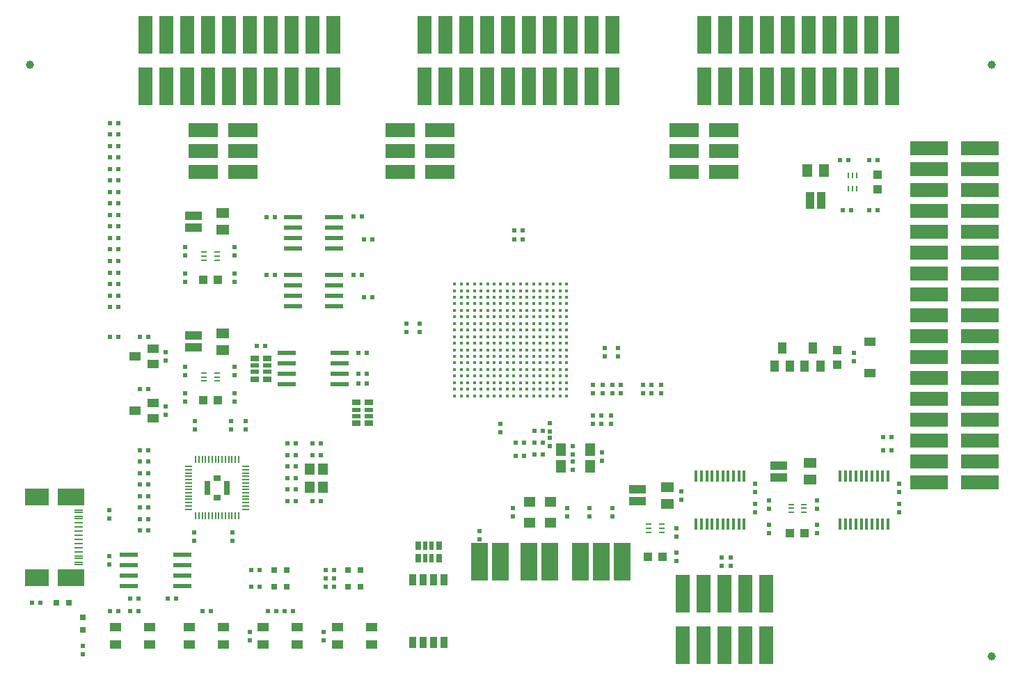
<source format=gbr>
%TF.GenerationSoftware,KiCad,Pcbnew,7.0.9-7.0.9~ubuntu22.04.1*%
%TF.CreationDate,2025-03-17T10:50:25+02:00*%
%TF.ProjectId,GateMateA1-EVB_Rev_C,47617465-4d61-4746-9541-312d4556425f,C*%
%TF.SameCoordinates,PX5f5e100PY7bfa480*%
%TF.FileFunction,Paste,Top*%
%TF.FilePolarity,Positive*%
%FSLAX46Y46*%
G04 Gerber Fmt 4.6, Leading zero omitted, Abs format (unit mm)*
G04 Created by KiCad (PCBNEW 7.0.9-7.0.9~ubuntu22.04.1) date 2025-03-17 10:50:25*
%MOMM*%
%LPD*%
G01*
G04 APERTURE LIST*
G04 Aperture macros list*
%AMOutline4P*
0 Free polygon, 4 corners , with rotation*
0 The origin of the aperture is its center*
0 number of corners: always 4*
0 $1 to $8 corner X, Y*
0 $9 Rotation angle, in degrees counterclockwise*
0 create outline with 4 corners*
4,1,4,$1,$2,$3,$4,$5,$6,$7,$8,$1,$2,$9*%
G04 Aperture macros list end*
%ADD10R,0.500000X0.550000*%
%ADD11R,0.550000X0.500000*%
%ADD12R,3.556000X1.778000*%
%ADD13R,2.000000X1.100000*%
%ADD14R,3.200000X2.100000*%
%ADD15R,3.000000X2.100000*%
%ADD16R,2.200000X1.100000*%
%ADD17R,1.130000X0.280000*%
%ADD18R,1.130000X0.230000*%
%ADD19R,4.550000X1.700000*%
%ADD20R,1.700000X4.550000*%
%ADD21R,2.200000X0.600000*%
%ADD22R,0.960000X1.470000*%
%ADD23R,0.750000X0.230000*%
%ADD24R,1.016000X1.016000*%
%ADD25C,1.000000*%
%ADD26R,1.524000X1.270000*%
%ADD27R,1.400000X1.000000*%
%ADD28R,0.800000X0.800000*%
%ADD29Outline4P,-0.850000X-2.275000X0.850000X-2.275000X0.850000X2.275000X-0.850000X2.275000X180.000000*%
%ADD30R,1.016000X0.762000*%
%ADD31R,1.016000X0.508000*%
%ADD32R,2.032000X4.572000*%
%ADD33R,1.270000X1.524000*%
%ADD34R,0.762000X1.016000*%
%ADD35R,0.508000X1.016000*%
%ADD36R,0.886000X0.211000*%
%ADD37R,0.211000X0.886000*%
%ADD38R,0.800000X1.700000*%
%ADD39R,0.949200X0.800000*%
%ADD40R,0.230000X0.750000*%
%ADD41R,0.420000X0.420000*%
%ADD42R,0.350000X1.400000*%
%ADD43R,1.200000X1.400000*%
%ADD44R,1.000000X1.400000*%
%ADD45R,1.100000X2.000000*%
%ADD46R,1.400000X1.200000*%
G04 APERTURE END LIST*
D10*
%TO.C,C93*%
X11292000Y7000000D03*
X12308000Y7000000D03*
%TD*%
%TO.C,R2*%
X77100000Y34500000D03*
X76084000Y34500000D03*
%TD*%
D11*
%TO.C,C98*%
X26200000Y16608000D03*
X26200000Y15592000D03*
%TD*%
D12*
%TO.C,VDD_NA_SEL1*%
X27413000Y65540000D03*
X22587000Y65540000D03*
X27413000Y63000000D03*
X22587000Y63000000D03*
X27413000Y60460000D03*
X22587000Y60460000D03*
%TD*%
D13*
%TO.C,L4*%
X92600000Y23300000D03*
X92600000Y24700000D03*
%TD*%
D14*
%TO.C,USB-C1*%
X6530000Y11072400D03*
X6530000Y20927600D03*
D15*
X2350000Y11072400D03*
X2350000Y20927600D03*
D16*
X6530000Y11072400D03*
X6530000Y20927600D03*
D13*
X2350000Y11072400D03*
X2350000Y20927600D03*
D17*
X7432000Y19325000D03*
X7432000Y18525000D03*
D18*
X7432000Y17250000D03*
X7432000Y16250000D03*
X7432000Y15750000D03*
X7432000Y14750000D03*
D17*
X7432000Y13475000D03*
X7432000Y12675000D03*
X7432000Y12925000D03*
X7432000Y13725000D03*
D18*
X7432000Y14250000D03*
X7432000Y15250000D03*
X7432000Y16750000D03*
X7432000Y17750000D03*
D17*
X7432000Y18275000D03*
X7432000Y19075000D03*
%TD*%
D19*
%TO.C,BANK_MISC1*%
X117125000Y63320000D03*
X110875000Y63320000D03*
X117125000Y60780000D03*
X110875000Y60780000D03*
X117125000Y58240000D03*
X110875000Y58240000D03*
X117125000Y55700000D03*
X110875000Y55700000D03*
X117125000Y53160000D03*
X110875000Y53160000D03*
X117125000Y50620000D03*
X110875000Y50620000D03*
X117125000Y48080000D03*
X110875000Y48080000D03*
X117125000Y45540000D03*
X110875000Y45540000D03*
X117125000Y43000000D03*
X110875000Y43000000D03*
X117125000Y40460000D03*
X110875000Y40460000D03*
X117125000Y37920000D03*
X110875000Y37920000D03*
X117125000Y35380000D03*
X110875000Y35380000D03*
X117125000Y32840000D03*
X110875000Y32840000D03*
X117125000Y30300000D03*
X110875000Y30300000D03*
X117125000Y27760000D03*
X110875000Y27760000D03*
X117125000Y25220000D03*
X110875000Y25220000D03*
X117125000Y22680000D03*
X110875000Y22680000D03*
%TD*%
D20*
%TO.C,BANK_NA1*%
X15570000Y77125000D03*
X15570000Y70875000D03*
X18110000Y77125000D03*
X18110000Y70875000D03*
X20650000Y77125000D03*
X20650000Y70875000D03*
X23190000Y77125000D03*
X23190000Y70875000D03*
X25730000Y77125000D03*
X25730000Y70875000D03*
X28270000Y77125000D03*
X28270000Y70875000D03*
X30810000Y77125000D03*
X30810000Y70875000D03*
X33350000Y77125000D03*
X33350000Y70875000D03*
X35890000Y77125000D03*
X35890000Y70875000D03*
X38430000Y77125000D03*
X38430000Y70875000D03*
%TD*%
%TO.C,BANK_EB1*%
X83570000Y77125000D03*
X83570000Y70875000D03*
X86110000Y77125000D03*
X86110000Y70875000D03*
X88650000Y77125000D03*
X88650000Y70875000D03*
X91190000Y77125000D03*
X91190000Y70875000D03*
X93730000Y77125000D03*
X93730000Y70875000D03*
X96270000Y77125000D03*
X96270000Y70875000D03*
X98810000Y77125000D03*
X98810000Y70875000D03*
X101350000Y77125000D03*
X101350000Y70875000D03*
X103890000Y77125000D03*
X103890000Y70875000D03*
X106430000Y77125000D03*
X106430000Y70875000D03*
%TD*%
D21*
%TO.C,U8*%
X20035000Y10095000D03*
X20035000Y11365000D03*
X20035000Y12635000D03*
X20035000Y13905000D03*
X13565000Y13905000D03*
X13565000Y12635000D03*
X13565000Y11365000D03*
X13565000Y10095000D03*
%TD*%
D10*
%TO.C,C95*%
X41908000Y55000000D03*
X40892000Y55000000D03*
%TD*%
D22*
%TO.C,CFG_SET1*%
X48095000Y10810000D03*
X48095000Y3190000D03*
X49365000Y10810000D03*
X49365000Y3190000D03*
X50635000Y10810000D03*
X50635000Y3190000D03*
X51905000Y10810000D03*
X51905000Y3190000D03*
%TD*%
D10*
%TO.C,C82*%
X62892000Y28900000D03*
X63908000Y28900000D03*
%TD*%
D23*
%TO.C,U12*%
X95675000Y19000000D03*
X95675000Y19500000D03*
X95675000Y20000000D03*
X94125000Y19000000D03*
X94125000Y19500000D03*
X94125000Y20000000D03*
%TD*%
D10*
%TO.C,R8*%
X37492000Y11000000D03*
X38508000Y11000000D03*
%TD*%
D21*
%TO.C,U9*%
X33500000Y54905000D03*
X33500000Y53635000D03*
X33500000Y52365000D03*
X33500000Y51095000D03*
X38500000Y51095000D03*
X38500000Y52365000D03*
X38500000Y53635000D03*
X38500000Y54905000D03*
%TD*%
D10*
%TO.C,R35*%
X11292000Y44000000D03*
X12308000Y44000000D03*
%TD*%
%TO.C,R72*%
X103600000Y61900000D03*
X104616000Y61900000D03*
%TD*%
D11*
%TO.C,R19*%
X101750000Y37392000D03*
X101750000Y38408000D03*
%TD*%
%TO.C,R26*%
X86800000Y13508000D03*
X86800000Y12492000D03*
%TD*%
%TO.C,C92*%
X60300001Y18492000D03*
X60300001Y19508000D03*
%TD*%
D10*
%TO.C,R1*%
X77100000Y33500000D03*
X76084000Y33500000D03*
%TD*%
%TO.C,C107*%
X15908000Y23800000D03*
X14892000Y23800000D03*
%TD*%
D11*
%TO.C,C117*%
X91400000Y19492000D03*
X91400000Y20508000D03*
%TD*%
D10*
%TO.C,R3*%
X71008000Y30800000D03*
X69992000Y30800000D03*
%TD*%
D11*
%TO.C,R24*%
X18000000Y37492001D03*
X18000000Y38508001D03*
%TD*%
D24*
%TO.C,C83*%
X99750000Y38788999D03*
X99750000Y37010999D03*
%TD*%
D10*
%TO.C,R56*%
X14892000Y21000000D03*
X15908000Y21000000D03*
%TD*%
D11*
%TO.C,C40*%
X70000000Y33492000D03*
X70000000Y34508000D03*
%TD*%
D24*
%TO.C,C118*%
X22600000Y47300000D03*
X24378000Y47300000D03*
%TD*%
D25*
%TO.C,FID4*%
X118500000Y1500000D03*
%TD*%
D11*
%TO.C,R63*%
X91400000Y17508000D03*
X91400000Y16492000D03*
%TD*%
D10*
%TO.C,R29*%
X15908000Y34000000D03*
X14892000Y34000000D03*
%TD*%
D11*
%TO.C,R27*%
X85700000Y13508000D03*
X85700000Y12492000D03*
%TD*%
%TO.C,R67*%
X26400000Y50292000D03*
X26400000Y51308000D03*
%TD*%
D10*
%TO.C,C88*%
X12308000Y40400000D03*
X11292000Y40400000D03*
%TD*%
D11*
%TO.C,C63*%
X71500000Y39008000D03*
X71500000Y37992000D03*
%TD*%
D10*
%TO.C,R76*%
X2758000Y8000000D03*
X1742000Y8000000D03*
%TD*%
%TO.C,R7*%
X38508000Y10000000D03*
X37492000Y10000000D03*
%TD*%
D26*
%TO.C,C125*%
X79100000Y22116000D03*
X79100000Y20084000D03*
%TD*%
D10*
%TO.C,R15*%
X41492000Y35900000D03*
X42508000Y35900000D03*
%TD*%
D27*
%TO.C,D1*%
X103750000Y35999999D03*
X103750000Y39799999D03*
%TD*%
D11*
%TO.C,C89*%
X28250000Y4508000D03*
X28250000Y3492000D03*
%TD*%
%TO.C,C85*%
X37250000Y3492000D03*
X37250000Y4508000D03*
%TD*%
%TO.C,C126*%
X80800000Y20592000D03*
X80800000Y21608000D03*
%TD*%
D10*
%TO.C,R25*%
X29508000Y10000000D03*
X28492000Y10000000D03*
%TD*%
%TO.C,R38*%
X11292000Y55200000D03*
X12308000Y55200000D03*
%TD*%
%TO.C,TVS1*%
X12308000Y58000000D03*
X11292000Y58000000D03*
%TD*%
D28*
%TO.C,PWR_LED1*%
X4738000Y8000000D03*
X6262000Y8000000D03*
%TD*%
D11*
%TO.C,R65*%
X97300000Y17508000D03*
X97300000Y16492000D03*
%TD*%
%TO.C,C12*%
X78300000Y34508000D03*
X78300000Y33492000D03*
%TD*%
D25*
%TO.C,FID5*%
X118500000Y73500000D03*
%TD*%
D10*
%TO.C,C109*%
X15908000Y16800000D03*
X14892000Y16800000D03*
%TD*%
D21*
%TO.C,U7*%
X33500000Y47905000D03*
X33500000Y46635000D03*
X33500000Y45365000D03*
X33500000Y44095000D03*
X38500000Y44095000D03*
X38500000Y45365000D03*
X38500000Y46635000D03*
X38500000Y47905000D03*
%TD*%
D10*
%TO.C,C111*%
X36908000Y20400000D03*
X35892000Y20400000D03*
%TD*%
D24*
%TO.C,C124*%
X76711000Y13600000D03*
X78489000Y13600000D03*
%TD*%
D10*
%TO.C,R34*%
X11292000Y45400000D03*
X12308000Y45400000D03*
%TD*%
D25*
%TO.C,FID6*%
X1500000Y73500000D03*
%TD*%
D10*
%TO.C,C110*%
X35892000Y26000000D03*
X36908000Y26000000D03*
%TD*%
%TO.C,TVS2*%
X12308001Y53800000D03*
X11292001Y53800000D03*
%TD*%
%TO.C,R43*%
X11292001Y62200000D03*
X12308001Y62200000D03*
%TD*%
D28*
%TO.C,FPGA_LED1*%
X31238000Y10000000D03*
X32762000Y10000000D03*
%TD*%
D11*
%TO.C,C91*%
X107250000Y22508000D03*
X107250000Y21492000D03*
%TD*%
D26*
%TO.C,C115*%
X96400000Y25016000D03*
X96400000Y22984000D03*
%TD*%
D11*
%TO.C,R10*%
X64800000Y27092000D03*
X64800000Y28108000D03*
%TD*%
D10*
%TO.C,R12*%
X62892000Y27500000D03*
X63908000Y27500000D03*
%TD*%
D11*
%TO.C,C4*%
X72200000Y30808000D03*
X72200000Y29792000D03*
%TD*%
D10*
%TO.C,R11*%
X62892000Y26100000D03*
X63908000Y26100000D03*
%TD*%
%TO.C,R48*%
X35892000Y27393800D03*
X36908000Y27393800D03*
%TD*%
%TO.C,R17*%
X29508000Y12000000D03*
X28492000Y12000000D03*
%TD*%
D24*
%TO.C,C114*%
X94011000Y16500000D03*
X95789000Y16500000D03*
%TD*%
D11*
%TO.C,C122*%
X20400000Y50292000D03*
X20400000Y51308000D03*
%TD*%
D10*
%TO.C,R40*%
X11292000Y51000000D03*
X12308000Y51000000D03*
%TD*%
D29*
%TO.C,UEXT1*%
X91080000Y2875000D03*
X91080000Y9125000D03*
X88540000Y2875000D03*
X88540000Y9125000D03*
X86000000Y2875000D03*
X86000000Y9125000D03*
X83460000Y2875000D03*
X83460000Y9125000D03*
X80920000Y2875000D03*
X80920000Y9125000D03*
%TD*%
D11*
%TO.C,R73*%
X80150000Y16092000D03*
X80150000Y17108000D03*
%TD*%
D10*
%TO.C,C59*%
X61508000Y52200000D03*
X60492000Y52200000D03*
%TD*%
D11*
%TO.C,C97*%
X21500000Y16608000D03*
X21500000Y15592000D03*
%TD*%
D10*
%TO.C,R44*%
X11292000Y63600000D03*
X12308000Y63600000D03*
%TD*%
D30*
%TO.C,RM1*%
X42762000Y29830000D03*
X41238000Y29830000D03*
D31*
X42762000Y30719000D03*
X41238000Y30719000D03*
X42762000Y31481000D03*
X41238000Y31481000D03*
D30*
X42762000Y32370000D03*
X41238000Y32370000D03*
%TD*%
D13*
%TO.C,L5*%
X21400000Y53700000D03*
X21400000Y55100000D03*
%TD*%
D27*
%TO.C,FPGA_RST1*%
X38925000Y5075000D03*
X38925000Y2925000D03*
X43075000Y5075000D03*
X43075000Y2925000D03*
%TD*%
D10*
%TO.C,R51*%
X106308000Y28200000D03*
X105292000Y28200000D03*
%TD*%
D32*
%TO.C,CLK0_EN1*%
X64770000Y13000000D03*
X62230000Y13000000D03*
%TD*%
D11*
%TO.C,R22*%
X58800000Y29808000D03*
X58800000Y28792000D03*
%TD*%
D27*
%TO.C,FPGA_BUT1*%
X29925000Y5075000D03*
X29925000Y2925000D03*
X34075000Y5075000D03*
X34075000Y2925000D03*
%TD*%
D30*
%TO.C,RM3*%
X30362000Y35230000D03*
X28838000Y35230000D03*
D31*
X30362000Y36119000D03*
X28838000Y36119000D03*
X30362000Y36881000D03*
X28838000Y36881000D03*
D30*
X30362000Y37770000D03*
X28838000Y37770000D03*
%TD*%
D11*
%TO.C,C39*%
X71200000Y33492000D03*
X71200000Y34508000D03*
%TD*%
D33*
%TO.C,C121*%
X96084000Y60600000D03*
X98116000Y60600000D03*
%TD*%
D11*
%TO.C,C86*%
X89750000Y18992000D03*
X89750000Y20008000D03*
%TD*%
%TO.C,R79*%
X69600000Y18492000D03*
X69600000Y19508000D03*
%TD*%
%TO.C,R21*%
X56200000Y16708000D03*
X56200000Y15692000D03*
%TD*%
%TO.C,R60*%
X26400000Y35692000D03*
X26400000Y36708000D03*
%TD*%
D10*
%TO.C,R16*%
X41492000Y34700000D03*
X42508000Y34700000D03*
%TD*%
%TO.C,C96*%
X32892000Y24600000D03*
X33908000Y24600000D03*
%TD*%
D33*
%TO.C,L2*%
X66100000Y24584000D03*
X66100000Y26616000D03*
%TD*%
D34*
%TO.C,RM2*%
X48730000Y13428000D03*
X48730000Y14952000D03*
D35*
X49619000Y13428000D03*
X49619000Y14952000D03*
X50381000Y13428000D03*
X50381000Y14952000D03*
D34*
X51270000Y13428000D03*
X51270000Y14952000D03*
%TD*%
D21*
%TO.C,U3*%
X32765000Y38405000D03*
X32765000Y37135000D03*
X32765000Y35865000D03*
X32765000Y34595000D03*
X39235000Y34595000D03*
X39235000Y35865000D03*
X39235000Y37135000D03*
X39235000Y38405000D03*
%TD*%
D11*
%TO.C,C116*%
X20400000Y35692000D03*
X20400000Y36708000D03*
%TD*%
D13*
%TO.C,L3*%
X21400000Y39100000D03*
X21400000Y40500000D03*
%TD*%
D10*
%TO.C,R32*%
X11292000Y48200000D03*
X12308000Y48200000D03*
%TD*%
%TO.C,R50*%
X105292000Y26600000D03*
X106308000Y26600000D03*
%TD*%
%TO.C,R41*%
X11292001Y59400000D03*
X12308001Y59400000D03*
%TD*%
%TO.C,C99*%
X32892000Y21800000D03*
X33908000Y21800000D03*
%TD*%
D36*
%TO.C,U10*%
X20862500Y24606200D03*
X20862500Y24206200D03*
X20862500Y23806200D03*
X20862500Y23406200D03*
X20862500Y23006200D03*
X20862500Y22606200D03*
X20862500Y22206200D03*
X20862500Y21806200D03*
X20862500Y21406200D03*
X20862500Y21006200D03*
X20862500Y20606200D03*
X20862500Y20206200D03*
X20862500Y19806200D03*
X20862500Y19406200D03*
D37*
X21700000Y25443700D03*
X21700000Y18568700D03*
X22100000Y25443700D03*
X22100000Y18568700D03*
X22500000Y25443700D03*
X22500000Y18568700D03*
X22900000Y25443700D03*
X22900000Y18568700D03*
D38*
X23106200Y22006200D03*
D37*
X23300000Y25443700D03*
X23300000Y18568700D03*
X23700000Y25443700D03*
X23700000Y18568700D03*
X24100000Y25443700D03*
X24100000Y18568700D03*
D39*
X24300000Y23200000D03*
X24300000Y20812400D03*
D37*
X24500000Y25443700D03*
X24500000Y18568700D03*
X24900000Y25443700D03*
X24900000Y18568700D03*
X25300000Y25443700D03*
X25300000Y18568700D03*
D38*
X25493800Y22006200D03*
D37*
X25700000Y25443700D03*
X25700000Y18568700D03*
X26100000Y25443700D03*
X26100000Y18568700D03*
X26500000Y25443700D03*
X26500000Y18568700D03*
X26900000Y25443700D03*
X26900000Y18568700D03*
D36*
X27737500Y24606200D03*
X27737500Y24206200D03*
X27737500Y23806200D03*
X27737500Y23406200D03*
X27737500Y23006200D03*
X27737500Y22606200D03*
X27737500Y22206200D03*
X27737500Y21806200D03*
X27737500Y21406200D03*
X27737500Y21006200D03*
X27737500Y20606200D03*
X27737500Y20206200D03*
X27737500Y19806200D03*
X27737500Y19406200D03*
%TD*%
D10*
%TO.C,C66*%
X60592000Y25900000D03*
X61608000Y25900000D03*
%TD*%
D27*
%TO.C,RP-BOOT1*%
X11925000Y5075000D03*
X11925000Y2925000D03*
X16075000Y5075000D03*
X16075000Y2925000D03*
%TD*%
D10*
%TO.C,C67*%
X60592000Y27500000D03*
X61608000Y27500000D03*
%TD*%
%TO.C,R57*%
X30292000Y47900000D03*
X31308000Y47900000D03*
%TD*%
D23*
%TO.C,U13*%
X24275000Y49700000D03*
X24275000Y50200000D03*
X24275000Y50700000D03*
X22725000Y49700000D03*
X22725000Y50200000D03*
X22725000Y50700000D03*
%TD*%
D10*
%TO.C,R46*%
X13692000Y7000000D03*
X14708000Y7000000D03*
%TD*%
D11*
%TO.C,R36*%
X66899999Y18492000D03*
X66899999Y19508000D03*
%TD*%
D40*
%TO.C,U14*%
X102108000Y59975000D03*
X101608000Y59975000D03*
X101108000Y59975000D03*
X102108000Y58425000D03*
X101608000Y58425000D03*
X101108000Y58425000D03*
%TD*%
D11*
%TO.C,R61*%
X97300000Y19492000D03*
X97300000Y20508000D03*
%TD*%
D41*
%TO.C,U1*%
X66800000Y46800000D03*
X66000000Y46800000D03*
X65200000Y46800000D03*
X64400000Y46800000D03*
X63600000Y46800000D03*
X62800000Y46800000D03*
X62000000Y46800000D03*
X61200000Y46800000D03*
X60400000Y46800000D03*
X59600000Y46800000D03*
X58800000Y46800000D03*
X58000000Y46800000D03*
X57200000Y46800000D03*
X56400000Y46800000D03*
X55600000Y46800000D03*
X54800000Y46800000D03*
X54000000Y46800000D03*
X53200000Y46800000D03*
X66800000Y46000000D03*
X66000000Y46000000D03*
X65200000Y46000000D03*
X64400000Y46000000D03*
X63600000Y46000000D03*
X62800000Y46000000D03*
X62000000Y46000000D03*
X61200000Y46000000D03*
X60400000Y46000000D03*
X59600000Y46000000D03*
X58800000Y46000000D03*
X58000000Y46000000D03*
X57200000Y46000000D03*
X56400000Y46000000D03*
X55600000Y46000000D03*
X54800000Y46000000D03*
X54000000Y46000000D03*
X53200000Y46000000D03*
X66800000Y45200000D03*
X66000000Y45200000D03*
X65200000Y45200000D03*
X64400000Y45200000D03*
X63600000Y45200000D03*
X62800000Y45200000D03*
X62000000Y45200000D03*
X61200000Y45200000D03*
X60400000Y45200000D03*
X59600000Y45200000D03*
X58800000Y45200000D03*
X58000000Y45200000D03*
X57200000Y45200000D03*
X56400000Y45200000D03*
X55600000Y45200000D03*
X54800000Y45200000D03*
X54000000Y45200000D03*
X53200000Y45200000D03*
X66800000Y44400000D03*
X66000000Y44400000D03*
X65200000Y44400000D03*
X64400000Y44400000D03*
X63600000Y44400000D03*
X62800000Y44400000D03*
X62000000Y44400000D03*
X61200000Y44400000D03*
X60400000Y44400000D03*
X59600000Y44400000D03*
X58800000Y44400000D03*
X58000000Y44400000D03*
X57200000Y44400000D03*
X56400000Y44400000D03*
X55600000Y44400000D03*
X54800000Y44400000D03*
X54000000Y44400000D03*
X53200000Y44400000D03*
X66800000Y43600000D03*
X66000000Y43600000D03*
X65200000Y43600000D03*
X64400000Y43600000D03*
X63600000Y43600000D03*
X62800000Y43600000D03*
X62000000Y43600000D03*
X61200000Y43600000D03*
X60400000Y43600000D03*
X59600000Y43600000D03*
X58800000Y43600000D03*
X58000000Y43600000D03*
X57200000Y43600000D03*
X56400000Y43600000D03*
X55600000Y43600000D03*
X54800000Y43600000D03*
X54000000Y43600000D03*
X53200000Y43600000D03*
X66800000Y42800000D03*
X66000000Y42800000D03*
X65200000Y42800000D03*
X64400000Y42800000D03*
X63600000Y42800000D03*
X62800000Y42800000D03*
X62000000Y42800000D03*
X61200000Y42800000D03*
X60400000Y42800000D03*
X59600000Y42800000D03*
X58800000Y42800000D03*
X58000000Y42800000D03*
X57200000Y42800000D03*
X56400000Y42800000D03*
X55600000Y42800000D03*
X54800000Y42800000D03*
X54000000Y42800000D03*
X53200000Y42800000D03*
X66800000Y42000000D03*
X66000000Y42000000D03*
X65200000Y42000000D03*
X64400000Y42000000D03*
X63600000Y42000000D03*
X62800000Y42000000D03*
X62000000Y42000000D03*
X61200000Y42000000D03*
X60400000Y42000000D03*
X59600000Y42000000D03*
X58800000Y42000000D03*
X58000000Y42000000D03*
X57200000Y42000000D03*
X56400000Y42000000D03*
X55600000Y42000000D03*
X54800000Y42000000D03*
X54000000Y42000000D03*
X53200000Y42000000D03*
X66800000Y41200000D03*
X66000000Y41200000D03*
X65200000Y41200000D03*
X64400000Y41200000D03*
X63600000Y41200000D03*
X62800000Y41200000D03*
X62000000Y41200000D03*
X61200000Y41200000D03*
X60400000Y41200000D03*
X59600000Y41200000D03*
X58800000Y41200000D03*
X58000000Y41200000D03*
X57200000Y41200000D03*
X56400000Y41200000D03*
X55600000Y41200000D03*
X54800000Y41200000D03*
X54000000Y41200000D03*
X53200000Y41200000D03*
X66800000Y40400000D03*
X66000000Y40400000D03*
X65200000Y40400000D03*
X64400000Y40400000D03*
X63600000Y40400000D03*
X62800000Y40400000D03*
X62000000Y40400000D03*
X61200000Y40400000D03*
X60400000Y40400000D03*
X59600000Y40400000D03*
X58800000Y40400000D03*
X58000000Y40400000D03*
X57200000Y40400000D03*
X56400000Y40400000D03*
X55600000Y40400000D03*
X54800000Y40400000D03*
X54000000Y40400000D03*
X53200000Y40400000D03*
X66800000Y39600000D03*
X66000000Y39600000D03*
X65200000Y39600000D03*
X64400000Y39600000D03*
X63600000Y39600000D03*
X62800000Y39600000D03*
X62000000Y39600000D03*
X61200000Y39600000D03*
X60400000Y39600000D03*
X59600000Y39600000D03*
X58800000Y39600000D03*
X58000000Y39600000D03*
X57200000Y39600000D03*
X56400000Y39600000D03*
X55600000Y39600000D03*
X54800000Y39600000D03*
X54000000Y39600000D03*
X53200000Y39600000D03*
X66800000Y38800000D03*
X66000000Y38800000D03*
X65200000Y38800000D03*
X64400000Y38800000D03*
X63600000Y38800000D03*
X62800000Y38800000D03*
X62000000Y38800000D03*
X61200000Y38800000D03*
X60400000Y38800000D03*
X59600000Y38800000D03*
X58800000Y38800000D03*
X58000000Y38800000D03*
X57200000Y38800000D03*
X56400000Y38800000D03*
X55600000Y38800000D03*
X54800000Y38800000D03*
X54000000Y38800000D03*
X53200000Y38800000D03*
X66800000Y38000000D03*
X66000000Y38000000D03*
X65200000Y38000000D03*
X64400000Y38000000D03*
X63600000Y38000000D03*
X62800000Y38000000D03*
X62000000Y38000000D03*
X61200000Y38000000D03*
X60400000Y38000000D03*
X59600000Y38000000D03*
X58800000Y38000000D03*
X58000000Y38000000D03*
X57200000Y38000000D03*
X56400000Y38000000D03*
X55600000Y38000000D03*
X54800000Y38000000D03*
X54000000Y38000000D03*
X53200000Y38000000D03*
X66800000Y37200000D03*
X66000000Y37200000D03*
X65200000Y37200000D03*
X64400000Y37200000D03*
X63600000Y37200000D03*
X62800000Y37200000D03*
X62000000Y37200000D03*
X61200000Y37200000D03*
X60400000Y37200000D03*
X59600000Y37200000D03*
X58800000Y37200000D03*
X58000000Y37200000D03*
X57200000Y37200000D03*
X56400000Y37200000D03*
X55600000Y37200000D03*
X54800000Y37200000D03*
X54000000Y37200000D03*
X53200000Y37200000D03*
X66800000Y36400000D03*
X66000000Y36400000D03*
X65200000Y36400000D03*
X64400000Y36400000D03*
X63600000Y36400000D03*
X62800000Y36400000D03*
X62000000Y36400000D03*
X61200000Y36400000D03*
X60400000Y36400000D03*
X59600000Y36400000D03*
X58800000Y36400000D03*
X58000000Y36400000D03*
X57200000Y36400000D03*
X56400000Y36400000D03*
X55600000Y36400000D03*
X54800000Y36400000D03*
X54000000Y36400000D03*
X53200000Y36400000D03*
X66800000Y35600000D03*
X66000000Y35600000D03*
X65200000Y35600000D03*
X64400000Y35600000D03*
X63600000Y35600000D03*
X62800000Y35600000D03*
X62000000Y35600000D03*
X61200000Y35600000D03*
X60400000Y35600000D03*
X59600000Y35600000D03*
X58800000Y35600000D03*
X58000000Y35600000D03*
X57200000Y35600000D03*
X56400000Y35600000D03*
X55600000Y35600000D03*
X54800000Y35600000D03*
X54000000Y35600000D03*
X53200000Y35600000D03*
X66800000Y34800000D03*
X66000000Y34800000D03*
X65200000Y34800000D03*
X64400000Y34800000D03*
X63600000Y34800000D03*
X62800000Y34800000D03*
X62000000Y34800000D03*
X61200000Y34800000D03*
X60400000Y34800000D03*
X59600000Y34800000D03*
X58800000Y34800000D03*
X58000000Y34800000D03*
X57200000Y34800000D03*
X56400000Y34800000D03*
X55600000Y34800000D03*
X54800000Y34800000D03*
X54000000Y34800000D03*
X53200000Y34800000D03*
X66800000Y34000000D03*
X66000000Y34000000D03*
X65200000Y34000000D03*
X64400000Y34000000D03*
X63600000Y34000000D03*
X62800000Y34000000D03*
X62000000Y34000000D03*
X61200000Y34000000D03*
X60400000Y34000000D03*
X59600000Y34000000D03*
X58800000Y34000000D03*
X58000000Y34000000D03*
X57200000Y34000000D03*
X56400000Y34000000D03*
X55600000Y34000000D03*
X54800000Y34000000D03*
X54000000Y34000000D03*
X53200000Y34000000D03*
X66800000Y33200000D03*
X66000000Y33200000D03*
X65200000Y33200000D03*
X64400000Y33200000D03*
X63600000Y33200000D03*
X62800000Y33200000D03*
X62000000Y33200000D03*
X61200000Y33200000D03*
X60400000Y33200000D03*
X59600000Y33200000D03*
X58800000Y33200000D03*
X58000000Y33200000D03*
X57200000Y33200000D03*
X56400000Y33200000D03*
X55600000Y33200000D03*
X54800000Y33200000D03*
X54000000Y33200000D03*
X53200000Y33200000D03*
%TD*%
D11*
%TO.C,R74*%
X11200000Y12692000D03*
X11200000Y13708000D03*
%TD*%
D10*
%TO.C,TVS5*%
X12308001Y65000000D03*
X11292001Y65000000D03*
%TD*%
D20*
%TO.C,BANK_NB1*%
X49570000Y77125000D03*
X49570000Y70875000D03*
X52110000Y77125000D03*
X52110000Y70875000D03*
X54650000Y77125000D03*
X54650000Y70875000D03*
X57190000Y77125000D03*
X57190000Y70875000D03*
X59730000Y77125000D03*
X59730000Y70875000D03*
X62270000Y77125000D03*
X62270000Y70875000D03*
X64810000Y77125000D03*
X64810000Y70875000D03*
X67350000Y77125000D03*
X67350000Y70875000D03*
X69890000Y77125000D03*
X69890000Y70875000D03*
X72430000Y77125000D03*
X72430000Y70875000D03*
%TD*%
D11*
%TO.C,R71*%
X26400000Y48108000D03*
X26400000Y47092000D03*
%TD*%
D42*
%TO.C,U5*%
X88425000Y23400000D03*
X87775000Y23400000D03*
X87125000Y23400000D03*
X86475000Y23400000D03*
X85825000Y23400000D03*
X85175000Y23400000D03*
X84525000Y23400000D03*
X83875000Y23400000D03*
X83225000Y23400000D03*
X82575000Y23400000D03*
X82575000Y17600000D03*
X83225000Y17600000D03*
X83875000Y17600000D03*
X84525000Y17600000D03*
X85175000Y17600000D03*
X85825000Y17600000D03*
X86475000Y17600000D03*
X87125000Y17600000D03*
X87775000Y17600000D03*
X88425000Y17600000D03*
%TD*%
D28*
%TO.C,CFG_DONE_LED1*%
X40238000Y12000000D03*
X41762000Y12000000D03*
%TD*%
D11*
%TO.C,R69*%
X20400000Y48108000D03*
X20400000Y47092000D03*
%TD*%
D32*
%TO.C,POR_EN1*%
X58770000Y13000000D03*
X56230000Y13000000D03*
%TD*%
D11*
%TO.C,R6*%
X64800000Y28892000D03*
X64800000Y29908000D03*
%TD*%
D23*
%TO.C,U15*%
X78375000Y16600000D03*
X78375000Y17100000D03*
X78375000Y17600000D03*
X76825000Y16600000D03*
X76825000Y17100000D03*
X76825000Y17600000D03*
%TD*%
D11*
%TO.C,C46*%
X67600000Y24192000D03*
X67600000Y25208000D03*
%TD*%
D10*
%TO.C,TVS4*%
X12308000Y66400000D03*
X11292000Y66400000D03*
%TD*%
D11*
%TO.C,C75*%
X48900000Y40992000D03*
X48900000Y42008000D03*
%TD*%
D10*
%TO.C,R52*%
X22492000Y7000000D03*
X23508000Y7000000D03*
%TD*%
D43*
%TO.C,Q1*%
X35600000Y24300000D03*
X37200000Y22100000D03*
X37200000Y24300000D03*
X35600000Y22100000D03*
%TD*%
D10*
%TO.C,R59*%
X33908000Y20400000D03*
X32892000Y20400000D03*
%TD*%
%TO.C,R14*%
X30108000Y39300000D03*
X29092000Y39300000D03*
%TD*%
D32*
%TO.C,VDD_CORE_SET1*%
X73540000Y13000000D03*
X71000000Y13000000D03*
X68460000Y13000000D03*
%TD*%
D11*
%TO.C,R75*%
X11200000Y19308000D03*
X11200000Y18292000D03*
%TD*%
D27*
%TO.C,FET2*%
X16507440Y30450040D03*
X16507440Y32352500D03*
X14297640Y31397460D03*
%TD*%
D28*
%TO.C,CFG_FAILED_LED1*%
X31238000Y12000000D03*
X32762000Y12000000D03*
%TD*%
D11*
%TO.C,C42*%
X71100000Y25292000D03*
X71100000Y26308000D03*
%TD*%
D10*
%TO.C,R70*%
X103592000Y55800000D03*
X104608000Y55800000D03*
%TD*%
%TO.C,C58*%
X61508000Y53300000D03*
X60492000Y53300000D03*
%TD*%
%TO.C,C106*%
X15908000Y25200000D03*
X14892000Y25200000D03*
%TD*%
%TO.C,R18*%
X38508000Y12000000D03*
X37492000Y12000000D03*
%TD*%
D24*
%TO.C,C120*%
X104608000Y58311000D03*
X104608000Y60089000D03*
%TD*%
D10*
%TO.C,C100*%
X41908000Y47900000D03*
X40892000Y47900000D03*
%TD*%
%TO.C,R39*%
X11292000Y52400000D03*
X12308000Y52400000D03*
%TD*%
D26*
%TO.C,C119*%
X25000000Y55416000D03*
X25000000Y53384000D03*
%TD*%
D10*
%TO.C,R42*%
X11292000Y60800000D03*
X12308000Y60800000D03*
%TD*%
D12*
%TO.C,VDD_NB_SEL1*%
X51413000Y65540000D03*
X46587000Y65540000D03*
X51413000Y63000000D03*
X46587000Y63000000D03*
X51413000Y60460000D03*
X46587000Y60460000D03*
%TD*%
D11*
%TO.C,R78*%
X80150000Y14108000D03*
X80150000Y13092000D03*
%TD*%
D10*
%TO.C,R68*%
X101116000Y61900000D03*
X100100000Y61900000D03*
%TD*%
%TO.C,R23*%
X15908000Y40400000D03*
X14892000Y40400000D03*
%TD*%
%TO.C,R49*%
X33908000Y26000000D03*
X32892000Y26000000D03*
%TD*%
D11*
%TO.C,C90*%
X107250000Y18992000D03*
X107250000Y20008000D03*
%TD*%
D27*
%TO.C,FET1*%
X16507440Y37050040D03*
X16507440Y38952500D03*
X14297640Y37997460D03*
%TD*%
D10*
%TO.C,R58*%
X42192000Y52200000D03*
X43208000Y52200000D03*
%TD*%
%TO.C,C108*%
X32892000Y23200000D03*
X33908000Y23200000D03*
%TD*%
%TO.C,TVS3*%
X12308000Y49600000D03*
X11292000Y49600000D03*
%TD*%
%TO.C,R33*%
X11292000Y46800000D03*
X12308000Y46800000D03*
%TD*%
%TO.C,R45*%
X18292000Y8500000D03*
X19308000Y8500000D03*
%TD*%
%TO.C,C104*%
X15908000Y19600000D03*
X14892000Y19600000D03*
%TD*%
D11*
%TO.C,R62*%
X20400000Y33480000D03*
X20400000Y32464000D03*
%TD*%
D10*
%TO.C,R5*%
X73408000Y34500000D03*
X72392000Y34500000D03*
%TD*%
%TO.C,R31*%
X32492000Y7000000D03*
X33508000Y7000000D03*
%TD*%
D11*
%TO.C,R9*%
X67600000Y26092000D03*
X67600000Y27108000D03*
%TD*%
D10*
%TO.C,R55*%
X14892000Y22400000D03*
X15908000Y22400000D03*
%TD*%
D11*
%TO.C,R20*%
X27800000Y29092000D03*
X27800000Y30108000D03*
%TD*%
D10*
%TO.C,R28*%
X30492000Y7000000D03*
X31508000Y7000000D03*
%TD*%
D44*
%TO.C,U2*%
X95800000Y36799999D03*
X97700000Y36799999D03*
X96750000Y38999999D03*
%TD*%
D27*
%TO.C,RP-RST1*%
X20925000Y5075000D03*
X20925000Y2925000D03*
X25075000Y5075000D03*
X25075000Y2925000D03*
%TD*%
D24*
%TO.C,C112*%
X22611000Y32700000D03*
X24389000Y32700000D03*
%TD*%
D11*
%TO.C,R66*%
X8000000Y2758000D03*
X8000000Y1742000D03*
%TD*%
D10*
%TO.C,C105*%
X15908000Y26600000D03*
X14892000Y26600000D03*
%TD*%
%TO.C,C103*%
X15908000Y18200000D03*
X14892000Y18200000D03*
%TD*%
D23*
%TO.C,U11*%
X24275000Y35000000D03*
X24275000Y35500000D03*
X24275000Y36000000D03*
X22725000Y35000000D03*
X22725000Y35500000D03*
X22725000Y36000000D03*
%TD*%
D28*
%TO.C,JTAG_LED1*%
X8000000Y4738000D03*
X8000000Y6262000D03*
%TD*%
D10*
%TO.C,R47*%
X33908000Y27393800D03*
X32892000Y27393800D03*
%TD*%
D11*
%TO.C,C102*%
X21600000Y29098200D03*
X21600000Y30114200D03*
%TD*%
%TO.C,R30*%
X18000000Y30892000D03*
X18000000Y31908000D03*
%TD*%
D10*
%TO.C,R37*%
X11292000Y56600000D03*
X12308000Y56600000D03*
%TD*%
%TO.C,R53*%
X30292000Y54900000D03*
X31308000Y54900000D03*
%TD*%
D33*
%TO.C,L1*%
X69700000Y24584000D03*
X69700000Y26616000D03*
%TD*%
D13*
%TO.C,L7*%
X75400000Y20400000D03*
X75400000Y21800000D03*
%TD*%
D10*
%TO.C,R4*%
X71008000Y29800000D03*
X69992000Y29800000D03*
%TD*%
D26*
%TO.C,C113*%
X25000000Y40816000D03*
X25000000Y38784000D03*
%TD*%
D42*
%TO.C,U6*%
X105925000Y23400000D03*
X105275000Y23400000D03*
X104625000Y23400000D03*
X103975000Y23400000D03*
X103325000Y23400000D03*
X102675000Y23400000D03*
X102025000Y23400000D03*
X101375000Y23400000D03*
X100725000Y23400000D03*
X100075000Y23400000D03*
X100075000Y17600000D03*
X100725000Y17600000D03*
X101375000Y17600000D03*
X102025000Y17600000D03*
X102675000Y17600000D03*
X103325000Y17600000D03*
X103975000Y17600000D03*
X104625000Y17600000D03*
X105275000Y17600000D03*
X105925000Y17600000D03*
%TD*%
D11*
%TO.C,C87*%
X89750000Y22508000D03*
X89750000Y21492000D03*
%TD*%
%TO.C,C73*%
X47300000Y40992000D03*
X47300000Y42008000D03*
%TD*%
D45*
%TO.C,L6*%
X97800000Y57000000D03*
X96400000Y57000000D03*
%TD*%
D10*
%TO.C,C30*%
X73408000Y33500000D03*
X72392000Y33500000D03*
%TD*%
%TO.C,C94*%
X13692000Y8500000D03*
X14708000Y8500000D03*
%TD*%
%TO.C,R54*%
X42192000Y45200000D03*
X43208000Y45200000D03*
%TD*%
%TO.C,C84*%
X42508000Y38400000D03*
X41492000Y38400000D03*
%TD*%
D11*
%TO.C,R64*%
X26400000Y33480000D03*
X26400000Y32464000D03*
%TD*%
D46*
%TO.C,CR1*%
X62330000Y17730000D03*
X64870000Y17730000D03*
X64870000Y20270000D03*
X62330000Y20270000D03*
%TD*%
D11*
%TO.C,C101*%
X26000000Y29098200D03*
X26000000Y30114200D03*
%TD*%
%TO.C,C62*%
X73100000Y39008000D03*
X73100000Y37992000D03*
%TD*%
D12*
%TO.C,VDD_EB_SEL1*%
X85913000Y65540000D03*
X81087000Y65540000D03*
X85913000Y63000000D03*
X81087000Y63000000D03*
X85913000Y60460000D03*
X81087000Y60460000D03*
%TD*%
D10*
%TO.C,C123*%
X101408000Y55800000D03*
X100392000Y55800000D03*
%TD*%
D11*
%TO.C,R77*%
X72400000Y19508000D03*
X72400000Y18492000D03*
%TD*%
D44*
%TO.C,U4*%
X92100000Y36800000D03*
X94000000Y36800000D03*
X93050000Y39000000D03*
%TD*%
D28*
%TO.C,FPGA_RST_LED1*%
X40238000Y10000000D03*
X41762000Y10000000D03*
%TD*%
M02*

</source>
